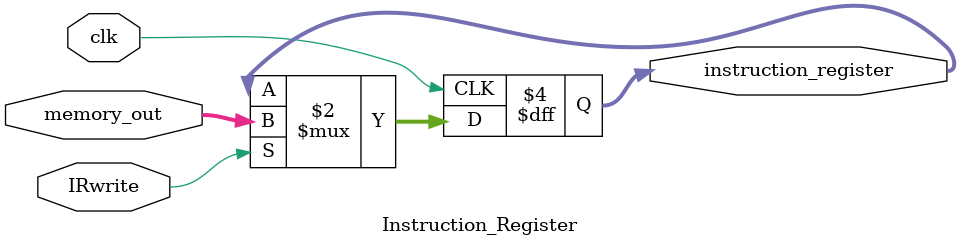
<source format=v>
`timescale 1ns / 1ps
module Instruction_Register(clk,IRwrite,memory_out,instruction_register);

input clk,IRwrite;
input [31:0] memory_out;
output reg [31:0] instruction_register;

always  @(posedge clk)begin
		if(IRwrite)begin
		instruction_register<=memory_out;
		end
end
	
endmodule

</source>
